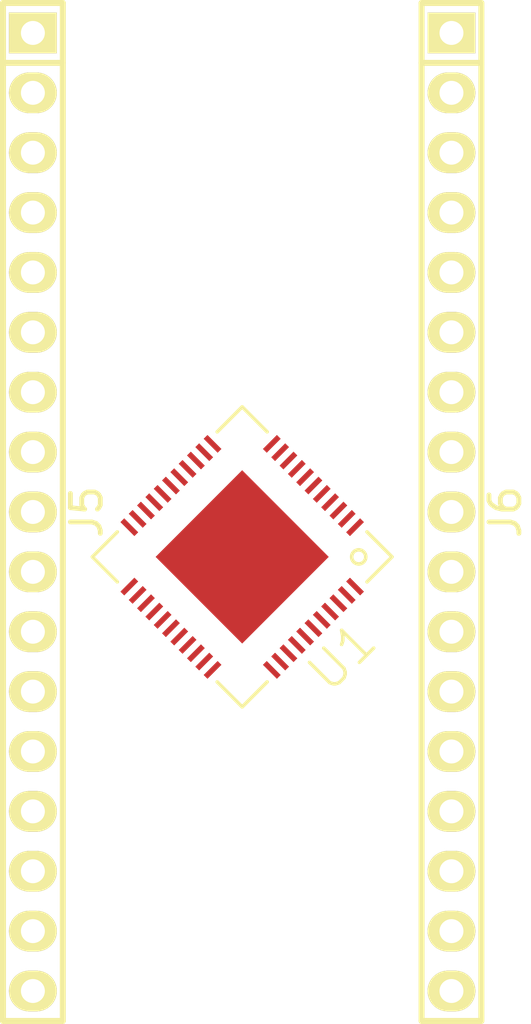
<source format=kicad_pcb>
(kicad_pcb (version 3) (host pcbnew "(2014-04-12 BZR 4800)-product")

  (general
    (links 33)
    (no_connects 33)
    (area 0 0 0 0)
    (thickness 1.6)
    (drawings 0)
    (tracks 0)
    (zones 0)
    (modules 3)
    (nets 28)
  )

  (page A4)
  (layers
    (15 F.Cu signal)
    (0 B.Cu signal)
    (16 B.Adhes user)
    (17 F.Adhes user)
    (18 B.Paste user)
    (19 F.Paste user)
    (20 B.SilkS user)
    (21 F.SilkS user)
    (22 B.Mask user)
    (23 F.Mask user)
    (24 Dwgs.User user)
    (25 Cmts.User user)
    (26 Eco1.User user)
    (27 Eco2.User user)
    (28 Edge.Cuts user)
  )

  (setup
    (last_trace_width 0.254)
    (trace_clearance 0.254)
    (zone_clearance 0.508)
    (zone_45_only no)
    (trace_min 0.254)
    (segment_width 0.2)
    (edge_width 0.1)
    (via_size 0.889)
    (via_drill 0.635)
    (via_min_size 0.889)
    (via_min_drill 0.508)
    (uvia_size 0.508)
    (uvia_drill 0.127)
    (uvias_allowed no)
    (uvia_min_size 0.508)
    (uvia_min_drill 0.127)
    (pcb_text_width 0.3)
    (pcb_text_size 1.5 1.5)
    (mod_edge_width 0.15)
    (mod_text_size 1 1)
    (mod_text_width 0.15)
    (pad_size 1.5 1.5)
    (pad_drill 0.6)
    (pad_to_mask_clearance 0)
    (aux_axis_origin 0 0)
    (visible_elements FFFFFF7F)
    (pcbplotparams
      (layerselection 3178497)
      (usegerberextensions true)
      (excludeedgelayer true)
      (linewidth 0.100000)
      (plotframeref false)
      (viasonmask false)
      (mode 1)
      (useauxorigin false)
      (hpglpennumber 1)
      (hpglpenspeed 20)
      (hpglpendiameter 15)
      (hpglpenoverlay 2)
      (psnegative false)
      (psa4output false)
      (plotreference true)
      (plotvalue true)
      (plotothertext true)
      (plotinvisibletext false)
      (padsonsilk false)
      (subtractmaskfromsilk false)
      (outputformat 1)
      (mirror false)
      (drillshape 1)
      (scaleselection 1)
      (outputdirectory ""))
  )

  (net 0 "")
  (net 1 GND)
  (net 2 /MOSI)
  (net 3 /RXLED/SS)
  (net 4 /D1/TX)
  (net 5 /D0/RX)
  (net 6 /RESET)
  (net 7 /D2/SDA)
  (net 8 /D3/SCL)
  (net 9 /D4*)
  (net 10 /D5*)
  (net 11 /D6*)
  (net 12 /IO8)
  (net 13 /IO9*)
  (net 14 /IO10*)
  (net 15 /IO11*)
  (net 16 /IO12*)
  (net 17 /SCK)
  (net 18 /MISO)
  (net 19 /A5)
  (net 20 /A4)
  (net 21 /A3)
  (net 22 /A2)
  (net 23 /A1)
  (net 24 /A0)
  (net 25 /IO13*)
  (net 26 "Net-(U1-Pad14)")
  (net 27 "Net-(U1-Pad24)")

  (net_class Default "This is the default net class."
    (clearance 0.254)
    (trace_width 0.254)
    (via_dia 0.889)
    (via_drill 0.635)
    (uvia_dia 0.508)
    (uvia_drill 0.127)
    (add_net /A0)
    (add_net /A1)
    (add_net /A2)
    (add_net /A3)
    (add_net /A4)
    (add_net /A5)
    (add_net /D0/RX)
    (add_net /D1/TX)
    (add_net /D2/SDA)
    (add_net /D3/SCL)
    (add_net /D4*)
    (add_net /D5*)
    (add_net /D6*)
    (add_net /IO10*)
    (add_net /IO11*)
    (add_net /IO12*)
    (add_net /IO13*)
    (add_net /IO8)
    (add_net /IO9*)
    (add_net /MISO)
    (add_net /MOSI)
    (add_net /RESET)
    (add_net /RXLED/SS)
    (add_net /SCK)
    (add_net GND)
    (add_net "Net-(U1-Pad14)")
    (add_net "Net-(U1-Pad24)")
  )

  (module SMD:QFN-44-1EP (layer F.Cu) (tedit 54009719) (tstamp 5400964D)
    (at 123.19 106.045 225)
    (descr "7x7mm QFN 44+1 pads")
    (tags "QFN VQFN")
    (path /540096CC)
    (attr smd)
    (fp_text reference U1 (at 0 -6 225) (layer F.SilkS)
      (effects (font (size 1.5 1.5) (thickness 0.15)))
    )
    (fp_text value Atmega32u4-xumu (at 0 6 225) (layer F.SilkS) hide
      (effects (font (size 1.5 1.5) (thickness 0.15)))
    )
    (fp_line (start 4.5 -4.5) (end 4.5 -3) (layer F.SilkS) (width 0.15))
    (fp_line (start 3 4.5) (end 4.5 4.5) (layer F.SilkS) (width 0.15))
    (fp_line (start 4.5 4.5) (end 4.5 3) (layer F.SilkS) (width 0.15))
    (fp_line (start 3 -4.5) (end 4.5 -4.5) (layer F.SilkS) (width 0.15))
    (fp_line (start -4.5 3) (end -4.5 4.5) (layer F.SilkS) (width 0.15))
    (fp_line (start -4.5 4.5) (end -3 4.5) (layer F.SilkS) (width 0.15))
    (fp_line (start -4.5 -3) (end -4.5 -4.5) (layer F.SilkS) (width 0.15))
    (fp_line (start -4.5 -4.5) (end -3 -4.5) (layer F.SilkS) (width 0.15))
    (fp_circle (center -3.5 -3.5) (end -3.8 -3.5) (layer F.SilkS) (width 0.15))
    (pad 1 smd rect (at -4.5 -2.5 225) (size 0.84 0.23) (drill (offset 0.22 0)) (layers F.Cu F.Paste F.Mask))
    (pad 2 smd rect (at -4.5 -2 225) (size 0.84 0.23) (drill (offset 0.22 0)) (layers F.Cu F.Paste F.Mask))
    (pad 3 smd rect (at -4.5 -1.5 225) (size 0.84 0.23) (drill (offset 0.22 0)) (layers F.Cu F.Paste F.Mask))
    (pad 4 smd rect (at -4.5 -1 225) (size 0.84 0.23) (drill (offset 0.22 0)) (layers F.Cu F.Paste F.Mask))
    (pad 5 smd rect (at -4.5 -0.5 225) (size 0.84 0.23) (drill (offset 0.22 0)) (layers F.Cu F.Paste F.Mask)
      (net 1 GND))
    (pad 6 smd rect (at -4.5 0 225) (size 0.84 0.23) (drill (offset 0.22 0)) (layers F.Cu F.Paste F.Mask))
    (pad 7 smd rect (at -4.5 0.5 225) (size 0.84 0.23) (drill (offset 0.22 0)) (layers F.Cu F.Paste F.Mask))
    (pad 8 smd rect (at -4.5 1 225) (size 0.84 0.23) (drill (offset 0.22 0)) (layers F.Cu F.Paste F.Mask)
      (net 3 /RXLED/SS))
    (pad 9 smd rect (at -4.5 1.5 225) (size 0.84 0.23) (drill (offset 0.22 0)) (layers F.Cu F.Paste F.Mask)
      (net 17 /SCK))
    (pad 10 smd rect (at -4.5 2 225) (size 0.84 0.23) (drill (offset 0.22 0)) (layers F.Cu F.Paste F.Mask)
      (net 2 /MOSI))
    (pad 11 smd rect (at -4.5 2.5 225) (size 0.84 0.23) (drill (offset 0.22 0)) (layers F.Cu F.Paste F.Mask)
      (net 18 /MISO))
    (pad 12 smd rect (at -2.5 4.5 225) (size 0.23 0.84) (drill (offset 0 -0.22)) (layers F.Cu F.Paste F.Mask)
      (net 15 /IO11*))
    (pad 13 smd rect (at -2 4.5 225) (size 0.23 0.84) (drill (offset 0 -0.22)) (layers F.Cu F.Paste F.Mask))
    (pad 14 smd rect (at -1.5 4.5 225) (size 0.23 0.84) (drill (offset 0 -0.22)) (layers F.Cu F.Paste F.Mask)
      (net 26 "Net-(U1-Pad14)"))
    (pad 15 smd rect (at -1 4.5 225) (size 0.23 0.84) (drill (offset 0 -0.22)) (layers F.Cu F.Paste F.Mask)
      (net 1 GND))
    (pad 16 smd rect (at -0.5 4.5 225) (size 0.23 0.84) (drill (offset 0 -0.22)) (layers F.Cu F.Paste F.Mask))
    (pad 17 smd rect (at 0 4.5 225) (size 0.23 0.84) (drill (offset 0 -0.22)) (layers F.Cu F.Paste F.Mask))
    (pad 18 smd rect (at 0.5 4.5 225) (size 0.23 0.84) (drill (offset 0 -0.22)) (layers F.Cu F.Paste F.Mask)
      (net 8 /D3/SCL))
    (pad 19 smd rect (at 1 4.5 225) (size 0.23 0.84) (drill (offset 0 -0.22)) (layers F.Cu F.Paste F.Mask)
      (net 7 /D2/SDA))
    (pad 20 smd rect (at 1.5 4.5 225) (size 0.23 0.84) (drill (offset 0 -0.22)) (layers F.Cu F.Paste F.Mask)
      (net 5 /D0/RX))
    (pad 21 smd rect (at 2 4.5 225) (size 0.23 0.84) (drill (offset 0 -0.22)) (layers F.Cu F.Paste F.Mask)
      (net 4 /D1/TX))
    (pad 22 smd rect (at 2.5 4.5 225) (size 0.23 0.84) (drill (offset 0 -0.22)) (layers F.Cu F.Paste F.Mask))
    (pad 23 smd rect (at 4.5 2.5 225) (size 0.84 0.23) (drill (offset -0.22 0)) (layers F.Cu F.Paste F.Mask)
      (net 1 GND))
    (pad 24 smd rect (at 4.5 2 225) (size 0.84 0.23) (drill (offset -0.22 0)) (layers F.Cu F.Paste F.Mask)
      (net 27 "Net-(U1-Pad24)"))
    (pad 25 smd rect (at 4.5 1.5 225) (size 0.84 0.23) (drill (offset -0.22 0)) (layers F.Cu F.Paste F.Mask)
      (net 9 /D4*))
    (pad 26 smd rect (at 4.5 1 225) (size 0.84 0.23) (drill (offset -0.22 0)) (layers F.Cu F.Paste F.Mask)
      (net 16 /IO12*))
    (pad 27 smd rect (at 4.5 0.5 225) (size 0.84 0.23) (drill (offset -0.22 0)) (layers F.Cu F.Paste F.Mask)
      (net 11 /D6*))
    (pad 28 smd rect (at 4.5 0 225) (size 0.84 0.23) (drill (offset -0.22 0)) (layers F.Cu F.Paste F.Mask)
      (net 12 /IO8))
    (pad 29 smd rect (at 4.5 -0.5 225) (size 0.84 0.23) (drill (offset -0.22 0)) (layers F.Cu F.Paste F.Mask)
      (net 13 /IO9*))
    (pad 30 smd rect (at 4.5 -1 225) (size 0.84 0.23) (drill (offset -0.22 0)) (layers F.Cu F.Paste F.Mask)
      (net 14 /IO10*))
    (pad 31 smd rect (at 4.5 -1.5 225) (size 0.84 0.23) (drill (offset -0.22 0)) (layers F.Cu F.Paste F.Mask)
      (net 10 /D5*))
    (pad 32 smd rect (at 4.5 -2 225) (size 0.84 0.23) (drill (offset -0.22 0)) (layers F.Cu F.Paste F.Mask)
      (net 25 /IO13*))
    (pad 33 smd rect (at 4.5 -2.5 225) (size 0.84 0.23) (drill (offset -0.22 0)) (layers F.Cu F.Paste F.Mask))
    (pad 34 smd rect (at 2.5 -4.5 225) (size 0.23 0.84) (drill (offset 0 0.22)) (layers F.Cu F.Paste F.Mask)
      (net 26 "Net-(U1-Pad14)"))
    (pad 35 smd rect (at 2 -4.5 225) (size 0.23 0.84) (drill (offset 0 0.22)) (layers F.Cu F.Paste F.Mask)
      (net 1 GND))
    (pad 36 smd rect (at 1.5 -4.5 225) (size 0.23 0.84) (drill (offset 0 0.22)) (layers F.Cu F.Paste F.Mask)
      (net 24 /A0))
    (pad 37 smd rect (at 1 -4.5 225) (size 0.23 0.84) (drill (offset 0 0.22)) (layers F.Cu F.Paste F.Mask)
      (net 23 /A1))
    (pad 38 smd rect (at 0.5 -4.5 225) (size 0.23 0.84) (drill (offset 0 0.22)) (layers F.Cu F.Paste F.Mask)
      (net 22 /A2))
    (pad 39 smd rect (at 0 -4.5 225) (size 0.23 0.84) (drill (offset 0 0.22)) (layers F.Cu F.Paste F.Mask)
      (net 21 /A3))
    (pad 40 smd rect (at -0.5 -4.5 225) (size 0.23 0.84) (drill (offset 0 0.22)) (layers F.Cu F.Paste F.Mask)
      (net 20 /A4))
    (pad 41 smd rect (at -1 -4.5 225) (size 0.23 0.84) (drill (offset 0 0.22)) (layers F.Cu F.Paste F.Mask)
      (net 19 /A5))
    (pad 42 smd rect (at -1.5 -4.5 225) (size 0.23 0.84) (drill (offset 0 0.22)) (layers F.Cu F.Paste F.Mask))
    (pad 43 smd rect (at -2 -4.5 225) (size 0.23 0.84) (drill (offset 0 0.22)) (layers F.Cu F.Paste F.Mask)
      (net 1 GND))
    (pad 44 smd rect (at -2.5 -4.5 225) (size 0.23 0.84) (drill (offset 0 0.22)) (layers F.Cu F.Paste F.Mask)
      (net 27 "Net-(U1-Pad24)"))
    (pad 45 smd rect (at 0 0 225) (size 5.2 5.2) (layers F.Cu F.Paste F.Mask)
      (net 1 GND))
  )

  (module Pin_Header_Straight_1x17 (layer F.Cu) (tedit 5400991D) (tstamp 5400996F)
    (at 114.3 104.14 270)
    (descr "1 pin")
    (tags "CONN DEV")
    (path /54009777)
    (fp_text reference J5 (at 0 -2.286 270) (layer F.SilkS)
      (effects (font (size 1.27 1.27) (thickness 0.2032)))
    )
    (fp_text value CONN_17 (at 0 0 270) (layer F.SilkS) hide
      (effects (font (size 1.27 1.27) (thickness 0.2032)))
    )
    (fp_line (start -19.05 -1.27) (end 21.59 -1.27) (layer F.SilkS) (width 0.254))
    (fp_line (start 21.59 -1.27) (end 21.59 1.27) (layer F.SilkS) (width 0.254))
    (fp_line (start 21.59 1.27) (end -19.05 1.27) (layer F.SilkS) (width 0.254))
    (fp_line (start -21.59 -1.27) (end -19.05 -1.27) (layer F.SilkS) (width 0.254))
    (fp_line (start -19.05 -1.27) (end -19.05 1.27) (layer F.SilkS) (width 0.254))
    (fp_line (start -21.59 -1.27) (end -21.59 1.27) (layer F.SilkS) (width 0.254))
    (fp_line (start -21.59 1.27) (end -19.05 1.27) (layer F.SilkS) (width 0.254))
    (pad 1 thru_hole rect (at -20.32 0 270) (size 1.7272 2.032) (drill 1.016) (layers *.Cu *.Mask F.SilkS)
      (net 2 /MOSI))
    (pad 2 thru_hole oval (at -17.78 0 270) (size 1.7272 2.032) (drill 1.016) (layers *.Cu *.Mask F.SilkS)
      (net 3 /RXLED/SS))
    (pad 3 thru_hole oval (at -15.24 0 270) (size 1.7272 2.032) (drill 1.016) (layers *.Cu *.Mask F.SilkS)
      (net 4 /D1/TX))
    (pad 4 thru_hole oval (at -12.7 0 270) (size 1.7272 2.032) (drill 1.016) (layers *.Cu *.Mask F.SilkS)
      (net 5 /D0/RX))
    (pad 5 thru_hole oval (at -10.16 0 270) (size 1.7272 2.032) (drill 1.016) (layers *.Cu *.Mask F.SilkS)
      (net 6 /RESET))
    (pad 6 thru_hole oval (at -7.62 0 270) (size 1.7272 2.032) (drill 1.016) (layers *.Cu *.Mask F.SilkS)
      (net 1 GND))
    (pad 7 thru_hole oval (at -5.08 0 270) (size 1.7272 2.032) (drill 1.016) (layers *.Cu *.Mask F.SilkS)
      (net 7 /D2/SDA))
    (pad 8 thru_hole oval (at -2.54 0 270) (size 1.7272 2.032) (drill 1.016) (layers *.Cu *.Mask F.SilkS)
      (net 8 /D3/SCL))
    (pad 9 thru_hole oval (at 0 0 270) (size 1.7272 2.032) (drill 1.016) (layers *.Cu *.Mask F.SilkS)
      (net 9 /D4*))
    (pad 10 thru_hole oval (at 2.54 0 270) (size 1.7272 2.032) (drill 1.016) (layers *.Cu *.Mask F.SilkS)
      (net 10 /D5*))
    (pad 11 thru_hole oval (at 5.08 0 270) (size 1.7272 2.032) (drill 1.016) (layers *.Cu *.Mask F.SilkS)
      (net 11 /D6*))
    (pad 12 thru_hole oval (at 7.62 0 270) (size 1.7272 2.032) (drill 1.016) (layers *.Cu *.Mask F.SilkS))
    (pad 13 thru_hole oval (at 10.16 0 270) (size 1.7272 2.032) (drill 1.016) (layers *.Cu *.Mask F.SilkS)
      (net 12 /IO8))
    (pad 14 thru_hole oval (at 12.7 0 270) (size 1.7272 2.032) (drill 1.016) (layers *.Cu *.Mask F.SilkS)
      (net 13 /IO9*))
    (pad 15 thru_hole oval (at 15.24 0 270) (size 1.7272 2.032) (drill 1.016) (layers *.Cu *.Mask F.SilkS)
      (net 14 /IO10*))
    (pad 16 thru_hole oval (at 17.78 0 270) (size 1.7272 2.032) (drill 1.016) (layers *.Cu *.Mask F.SilkS)
      (net 15 /IO11*))
    (pad 17 thru_hole oval (at 20.32 0 270) (size 1.7272 2.032) (drill 1.016) (layers *.Cu *.Mask F.SilkS)
      (net 16 /IO12*))
    (model Pin_Headers/Pin_Header_Straight_1x17.wrl
      (at (xyz 0 0 0))
      (scale (xyz 1 1 1))
      (rotate (xyz 0 0 0))
    )
  )

  (module Pin_Header_Straight_1x17 (layer F.Cu) (tedit 5400991D) (tstamp 5400998B)
    (at 132.08 104.14 270)
    (descr "1 pin")
    (tags "CONN DEV")
    (path /5400979C)
    (fp_text reference J6 (at 0 -2.286 270) (layer F.SilkS)
      (effects (font (size 1.27 1.27) (thickness 0.2032)))
    )
    (fp_text value CONN_17 (at 0 0 270) (layer F.SilkS) hide
      (effects (font (size 1.27 1.27) (thickness 0.2032)))
    )
    (fp_line (start -19.05 -1.27) (end 21.59 -1.27) (layer F.SilkS) (width 0.254))
    (fp_line (start 21.59 -1.27) (end 21.59 1.27) (layer F.SilkS) (width 0.254))
    (fp_line (start 21.59 1.27) (end -19.05 1.27) (layer F.SilkS) (width 0.254))
    (fp_line (start -21.59 -1.27) (end -19.05 -1.27) (layer F.SilkS) (width 0.254))
    (fp_line (start -19.05 -1.27) (end -19.05 1.27) (layer F.SilkS) (width 0.254))
    (fp_line (start -21.59 -1.27) (end -21.59 1.27) (layer F.SilkS) (width 0.254))
    (fp_line (start -21.59 1.27) (end -19.05 1.27) (layer F.SilkS) (width 0.254))
    (pad 1 thru_hole rect (at -20.32 0 270) (size 1.7272 2.032) (drill 1.016) (layers *.Cu *.Mask F.SilkS)
      (net 17 /SCK))
    (pad 2 thru_hole oval (at -17.78 0 270) (size 1.7272 2.032) (drill 1.016) (layers *.Cu *.Mask F.SilkS)
      (net 18 /MISO))
    (pad 3 thru_hole oval (at -15.24 0 270) (size 1.7272 2.032) (drill 1.016) (layers *.Cu *.Mask F.SilkS))
    (pad 4 thru_hole oval (at -12.7 0 270) (size 1.7272 2.032) (drill 1.016) (layers *.Cu *.Mask F.SilkS)
      (net 1 GND))
    (pad 5 thru_hole oval (at -10.16 0 270) (size 1.7272 2.032) (drill 1.016) (layers *.Cu *.Mask F.SilkS)
      (net 6 /RESET))
    (pad 6 thru_hole oval (at -7.62 0 270) (size 1.7272 2.032) (drill 1.016) (layers *.Cu *.Mask F.SilkS))
    (pad 7 thru_hole oval (at -5.08 0 270) (size 1.7272 2.032) (drill 1.016) (layers *.Cu *.Mask F.SilkS))
    (pad 8 thru_hole oval (at -2.54 0 270) (size 1.7272 2.032) (drill 1.016) (layers *.Cu *.Mask F.SilkS))
    (pad 9 thru_hole oval (at 0 0 270) (size 1.7272 2.032) (drill 1.016) (layers *.Cu *.Mask F.SilkS)
      (net 19 /A5))
    (pad 10 thru_hole oval (at 2.54 0 270) (size 1.7272 2.032) (drill 1.016) (layers *.Cu *.Mask F.SilkS)
      (net 20 /A4))
    (pad 11 thru_hole oval (at 5.08 0 270) (size 1.7272 2.032) (drill 1.016) (layers *.Cu *.Mask F.SilkS)
      (net 21 /A3))
    (pad 12 thru_hole oval (at 7.62 0 270) (size 1.7272 2.032) (drill 1.016) (layers *.Cu *.Mask F.SilkS)
      (net 22 /A2))
    (pad 13 thru_hole oval (at 10.16 0 270) (size 1.7272 2.032) (drill 1.016) (layers *.Cu *.Mask F.SilkS)
      (net 23 /A1))
    (pad 14 thru_hole oval (at 12.7 0 270) (size 1.7272 2.032) (drill 1.016) (layers *.Cu *.Mask F.SilkS)
      (net 24 /A0))
    (pad 15 thru_hole oval (at 15.24 0 270) (size 1.7272 2.032) (drill 1.016) (layers *.Cu *.Mask F.SilkS))
    (pad 16 thru_hole oval (at 17.78 0 270) (size 1.7272 2.032) (drill 1.016) (layers *.Cu *.Mask F.SilkS))
    (pad 17 thru_hole oval (at 20.32 0 270) (size 1.7272 2.032) (drill 1.016) (layers *.Cu *.Mask F.SilkS)
      (net 25 /IO13*))
    (model Pin_Headers/Pin_Header_Straight_1x17.wrl
      (at (xyz 0 0 0))
      (scale (xyz 1 1 1))
      (rotate (xyz 0 0 0))
    )
  )

)

</source>
